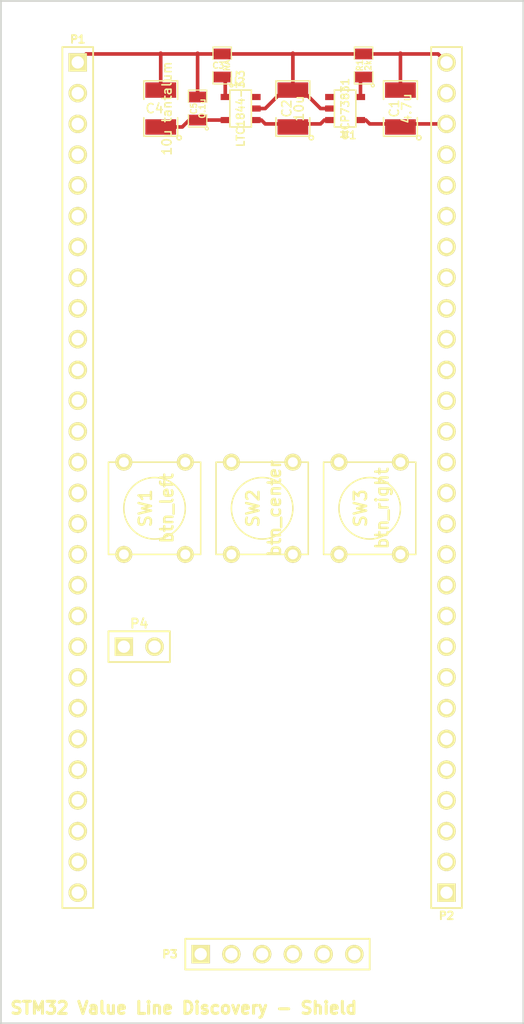
<source format=kicad_pcb>
(kicad_pcb (version 3) (host pcbnew "(25-Oct-2014 BZR 4029)-stable")

  (general
    (links 30)
    (no_connects 16)
    (area 32.945069 34.215069 76.274931 118.819931)
    (thickness 1.6002)
    (drawings 5)
    (tracks 40)
    (zones 0)
    (modules 15)
    (nets 10)
  )

  (page A3)
  (title_block 
    (title "STM32 Value Line Discovery - Shiled board")
    (rev 1.0)
  )

  (layers
    (15 Front signal)
    (0 Back signal)
    (16 B.Adhes user)
    (17 F.Adhes user)
    (18 B.Paste user)
    (19 F.Paste user)
    (20 B.SilkS user)
    (21 F.SilkS user)
    (22 B.Mask user)
    (23 F.Mask user)
    (24 Dwgs.User user)
    (25 Cmts.User user)
    (26 Eco1.User user)
    (27 Eco2.User user)
    (28 Edge.Cuts user)
  )

  (setup
    (last_trace_width 0.3)
    (trace_clearance 0.3)
    (zone_clearance 0.508)
    (zone_45_only no)
    (trace_min 0.254)
    (segment_width 0.20066)
    (edge_width 0.14986)
    (via_size 0.889)
    (via_drill 0.635)
    (via_min_size 0.889)
    (via_min_drill 0.508)
    (uvia_size 0.508)
    (uvia_drill 0.127)
    (uvias_allowed no)
    (uvia_min_size 0.508)
    (uvia_min_drill 0.127)
    (pcb_text_width 0.29972)
    (pcb_text_size 1.00076 1.00076)
    (mod_edge_width 0.14986)
    (mod_text_size 1.00076 1.00076)
    (mod_text_width 0.14986)
    (pad_size 1.00076 1.00076)
    (pad_drill 0.59944)
    (pad_to_mask_clearance 0)
    (aux_axis_origin 0 0)
    (visible_elements 7FFFFFFF)
    (pcbplotparams
      (layerselection 3178497)
      (usegerberextensions true)
      (excludeedgelayer true)
      (linewidth 0.150000)
      (plotframeref false)
      (viasonmask false)
      (mode 1)
      (useauxorigin false)
      (hpglpennumber 1)
      (hpglpenspeed 20)
      (hpglpendiameter 15)
      (hpglpenoverlay 2)
      (psnegative false)
      (psa4output false)
      (plotreference true)
      (plotvalue true)
      (plotothertext true)
      (plotinvisibletext false)
      (padsonsilk false)
      (subtractmaskfromsilk false)
      (outputformat 1)
      (mirror false)
      (drillshape 1)
      (scaleselection 1)
      (outputdirectory ""))
  )

  (net 0 "")
  (net 1 +3.3V)
  (net 2 +5V)
  (net 3 +BATT)
  (net 4 GND)
  (net 5 N-000005)
  (net 6 N-000008)
  (net 7 btn_center)
  (net 8 btn_left)
  (net 9 btn_right)

  (net_class Default "To jest domyślna klasa połączeń."
    (clearance 0.3)
    (trace_width 0.3)
    (via_dia 0.889)
    (via_drill 0.635)
    (uvia_dia 0.508)
    (uvia_drill 0.127)
    (add_net "")
    (add_net +3.3V)
    (add_net +5V)
    (add_net +BATT)
    (add_net GND)
    (add_net N-000005)
    (add_net N-000008)
    (add_net btn_center)
    (add_net btn_left)
    (add_net btn_right)
  )

  (module PIN_ARRAY_6X1   locked (layer Front) (tedit 50827C81) (tstamp 50827C60)
    (at 55.88 113.03)
    (descr "Single rangee contacts 1 x 6 pins")
    (tags CONN)
    (path /50827295)
    (fp_text reference P3 (at -8.89 0) (layer F.SilkS)
      (effects (font (size 0.63246 0.63246) (thickness 0.15748)))
    )
    (fp_text value CONN6 (at -8.89 0) (layer F.SilkS) hide
      (effects (font (size 0.63246 0.63246) (thickness 0.15748)))
    )
    (fp_line (start -7.62 -1.27) (end 7.62 -1.27) (layer F.SilkS) (width 0.14986))
    (fp_line (start 7.62 -1.27) (end 7.62 1.27) (layer F.SilkS) (width 0.14986))
    (fp_line (start 7.62 1.27) (end -7.62 1.27) (layer F.SilkS) (width 0.14986))
    (fp_line (start -7.62 1.27) (end -7.62 -1.27) (layer F.SilkS) (width 0.14986))
    (pad 1 thru_hole rect (at -6.35 0) (size 1.524 1.524) (drill 1.016)
      (layers *.Cu *.Mask F.SilkS)
    )
    (pad 2 thru_hole circle (at -3.81 0) (size 1.524 1.524) (drill 1.016)
      (layers *.Cu *.Mask F.SilkS)
    )
    (pad 4 thru_hole circle (at 1.27 0) (size 1.524 1.524) (drill 1.016)
      (layers *.Cu *.Mask F.SilkS)
    )
    (pad 6 thru_hole circle (at 6.35 0) (size 1.524 1.524) (drill 1.016)
      (layers *.Cu *.Mask F.SilkS)
    )
    (pad 3 thru_hole circle (at -1.27 0) (size 1.524 1.524) (drill 1.016)
      (layers *.Cu *.Mask F.SilkS)
    )
    (pad 5 thru_hole circle (at 3.81 0) (size 1.524 1.524) (drill 1.016)
      (layers *.Cu *.Mask F.SilkS)
    )
  )

  (module PIN_ARRAY_28X1   locked (layer Front) (tedit 50827C6F) (tstamp 50827C84)
    (at 39.37 73.66 270)
    (descr "Single rangee contacts 1 x 28 pins")
    (tags CONN)
    (path /50827277)
    (fp_text reference P1 (at -36.195 0 360) (layer F.SilkS)
      (effects (font (size 0.63246 0.63246) (thickness 0.15748)))
    )
    (fp_text value CONN28 (at -36.195 0 360) (layer F.SilkS) hide
      (effects (font (size 0.63246 0.63246) (thickness 0.15748)))
    )
    (fp_line (start -35.56 -1.27) (end 35.56 -1.27) (layer F.SilkS) (width 0.14986))
    (fp_line (start 35.56 -1.27) (end 35.56 1.27) (layer F.SilkS) (width 0.14986))
    (fp_line (start 35.56 1.27) (end -35.56 1.27) (layer F.SilkS) (width 0.14986))
    (fp_line (start -35.56 1.27) (end -35.56 -1.27) (layer F.SilkS) (width 0.14986))
    (pad 1 thru_hole rect (at -34.29 0 270) (size 1.524 1.524) (drill 1.016)
      (layers *.Cu *.Mask F.SilkS)
      (net 4 GND)
    )
    (pad 2 thru_hole circle (at -31.75 0 270) (size 1.524 1.524) (drill 1.016)
      (layers *.Cu *.Mask F.SilkS)
    )
    (pad 11 thru_hole circle (at -8.89 0 270) (size 1.524 1.524) (drill 1.016)
      (layers *.Cu *.Mask F.SilkS)
    )
    (pad 4 thru_hole circle (at -26.67 0 270) (size 1.524 1.524) (drill 1.016)
      (layers *.Cu *.Mask F.SilkS)
    )
    (pad 13 thru_hole circle (at -3.81 0 270) (size 1.524 1.524) (drill 1.016)
      (layers *.Cu *.Mask F.SilkS)
    )
    (pad 6 thru_hole circle (at -21.59 0 270) (size 1.524 1.524) (drill 1.016)
      (layers *.Cu *.Mask F.SilkS)
    )
    (pad 15 thru_hole circle (at 1.27 0 270) (size 1.524 1.524) (drill 1.016)
      (layers *.Cu *.Mask F.SilkS)
      (net 7 btn_center)
    )
    (pad 8 thru_hole circle (at -16.51 0 270) (size 1.524 1.524) (drill 1.016)
      (layers *.Cu *.Mask F.SilkS)
    )
    (pad 17 thru_hole circle (at 6.35 0 270) (size 1.524 1.524) (drill 1.016)
      (layers *.Cu *.Mask F.SilkS)
    )
    (pad 10 thru_hole circle (at -11.43 0 270) (size 1.524 1.524) (drill 1.016)
      (layers *.Cu *.Mask F.SilkS)
    )
    (pad 19 thru_hole circle (at 11.43 0 270) (size 1.524 1.524) (drill 1.016)
      (layers *.Cu *.Mask F.SilkS)
    )
    (pad 12 thru_hole circle (at -6.35 0 270) (size 1.524 1.524) (drill 1.016)
      (layers *.Cu *.Mask F.SilkS)
    )
    (pad 21 thru_hole circle (at 16.51 0 270) (size 1.524 1.524) (drill 1.016)
      (layers *.Cu *.Mask F.SilkS)
    )
    (pad 14 thru_hole circle (at -1.27 0 270) (size 1.524 1.524) (drill 1.016)
      (layers *.Cu *.Mask F.SilkS)
    )
    (pad 23 thru_hole circle (at 21.59 0 270) (size 1.524 1.524) (drill 1.016)
      (layers *.Cu *.Mask F.SilkS)
    )
    (pad 16 thru_hole circle (at 3.81 0 270) (size 1.524 1.524) (drill 1.016)
      (layers *.Cu *.Mask F.SilkS)
    )
    (pad 25 thru_hole circle (at 26.67 0 270) (size 1.524 1.524) (drill 1.016)
      (layers *.Cu *.Mask F.SilkS)
    )
    (pad 18 thru_hole circle (at 8.89 0 270) (size 1.524 1.524) (drill 1.016)
      (layers *.Cu *.Mask F.SilkS)
    )
    (pad 27 thru_hole circle (at 31.75 0 270) (size 1.524 1.524) (drill 1.016)
      (layers *.Cu *.Mask F.SilkS)
    )
    (pad 20 thru_hole circle (at 13.97 0 270) (size 1.524 1.524) (drill 1.016)
      (layers *.Cu *.Mask F.SilkS)
    )
    (pad 22 thru_hole circle (at 19.05 0 270) (size 1.524 1.524) (drill 1.016)
      (layers *.Cu *.Mask F.SilkS)
    )
    (pad 24 thru_hole circle (at 24.13 0 270) (size 1.524 1.524) (drill 1.016)
      (layers *.Cu *.Mask F.SilkS)
    )
    (pad 26 thru_hole circle (at 29.21 0 270) (size 1.524 1.524) (drill 1.016)
      (layers *.Cu *.Mask F.SilkS)
    )
    (pad 28 thru_hole circle (at 34.29 0 270) (size 1.524 1.524) (drill 1.016)
      (layers *.Cu *.Mask F.SilkS)
      (net 4 GND)
    )
    (pad 3 thru_hole circle (at -29.21 0 270) (size 1.524 1.524) (drill 1.016)
      (layers *.Cu *.Mask F.SilkS)
    )
    (pad 5 thru_hole circle (at -24.13 0 270) (size 1.524 1.524) (drill 1.016)
      (layers *.Cu *.Mask F.SilkS)
    )
    (pad 7 thru_hole circle (at -19.05 0 270) (size 1.524 1.524) (drill 1.016)
      (layers *.Cu *.Mask F.SilkS)
    )
    (pad 9 thru_hole circle (at -13.97 0 270) (size 1.524 1.524) (drill 1.016)
      (layers *.Cu *.Mask F.SilkS)
    )
  )

  (module PIN_ARRAY_28X1   locked (layer Front) (tedit 50827C8E) (tstamp 50827CA8)
    (at 69.85 73.66 90)
    (descr "Single rangee contacts 1 x 28 pins")
    (tags CONN)
    (path /50827286)
    (fp_text reference P2 (at -36.195 0 180) (layer F.SilkS)
      (effects (font (size 0.63246 0.63246) (thickness 0.15748)))
    )
    (fp_text value CONN28 (at -36.195 0 180) (layer F.SilkS) hide
      (effects (font (size 0.63246 0.63246) (thickness 0.15748)))
    )
    (fp_line (start -35.56 -1.27) (end 35.56 -1.27) (layer F.SilkS) (width 0.14986))
    (fp_line (start 35.56 -1.27) (end 35.56 1.27) (layer F.SilkS) (width 0.14986))
    (fp_line (start 35.56 1.27) (end -35.56 1.27) (layer F.SilkS) (width 0.14986))
    (fp_line (start -35.56 1.27) (end -35.56 -1.27) (layer F.SilkS) (width 0.14986))
    (pad 1 thru_hole rect (at -34.29 0 90) (size 1.524 1.524) (drill 1.016)
      (layers *.Cu *.Mask F.SilkS)
      (net 4 GND)
    )
    (pad 2 thru_hole circle (at -31.75 0 90) (size 1.524 1.524) (drill 1.016)
      (layers *.Cu *.Mask F.SilkS)
    )
    (pad 11 thru_hole circle (at -8.89 0 90) (size 1.524 1.524) (drill 1.016)
      (layers *.Cu *.Mask F.SilkS)
    )
    (pad 4 thru_hole circle (at -26.67 0 90) (size 1.524 1.524) (drill 1.016)
      (layers *.Cu *.Mask F.SilkS)
    )
    (pad 13 thru_hole circle (at -3.81 0 90) (size 1.524 1.524) (drill 1.016)
      (layers *.Cu *.Mask F.SilkS)
    )
    (pad 6 thru_hole circle (at -21.59 0 90) (size 1.524 1.524) (drill 1.016)
      (layers *.Cu *.Mask F.SilkS)
    )
    (pad 15 thru_hole circle (at 1.27 0 90) (size 1.524 1.524) (drill 1.016)
      (layers *.Cu *.Mask F.SilkS)
    )
    (pad 8 thru_hole circle (at -16.51 0 90) (size 1.524 1.524) (drill 1.016)
      (layers *.Cu *.Mask F.SilkS)
    )
    (pad 17 thru_hole circle (at 6.35 0 90) (size 1.524 1.524) (drill 1.016)
      (layers *.Cu *.Mask F.SilkS)
    )
    (pad 10 thru_hole circle (at -11.43 0 90) (size 1.524 1.524) (drill 1.016)
      (layers *.Cu *.Mask F.SilkS)
      (net 9 btn_right)
    )
    (pad 19 thru_hole circle (at 11.43 0 90) (size 1.524 1.524) (drill 1.016)
      (layers *.Cu *.Mask F.SilkS)
    )
    (pad 12 thru_hole circle (at -6.35 0 90) (size 1.524 1.524) (drill 1.016)
      (layers *.Cu *.Mask F.SilkS)
    )
    (pad 21 thru_hole circle (at 16.51 0 90) (size 1.524 1.524) (drill 1.016)
      (layers *.Cu *.Mask F.SilkS)
    )
    (pad 14 thru_hole circle (at -1.27 0 90) (size 1.524 1.524) (drill 1.016)
      (layers *.Cu *.Mask F.SilkS)
    )
    (pad 23 thru_hole circle (at 21.59 0 90) (size 1.524 1.524) (drill 1.016)
      (layers *.Cu *.Mask F.SilkS)
    )
    (pad 16 thru_hole circle (at 3.81 0 90) (size 1.524 1.524) (drill 1.016)
      (layers *.Cu *.Mask F.SilkS)
    )
    (pad 25 thru_hole circle (at 26.67 0 90) (size 1.524 1.524) (drill 1.016)
      (layers *.Cu *.Mask F.SilkS)
    )
    (pad 18 thru_hole circle (at 8.89 0 90) (size 1.524 1.524) (drill 1.016)
      (layers *.Cu *.Mask F.SilkS)
    )
    (pad 27 thru_hole circle (at 31.75 0 90) (size 1.524 1.524) (drill 1.016)
      (layers *.Cu *.Mask F.SilkS)
    )
    (pad 20 thru_hole circle (at 13.97 0 90) (size 1.524 1.524) (drill 1.016)
      (layers *.Cu *.Mask F.SilkS)
    )
    (pad 22 thru_hole circle (at 19.05 0 90) (size 1.524 1.524) (drill 1.016)
      (layers *.Cu *.Mask F.SilkS)
    )
    (pad 24 thru_hole circle (at 24.13 0 90) (size 1.524 1.524) (drill 1.016)
      (layers *.Cu *.Mask F.SilkS)
    )
    (pad 26 thru_hole circle (at 29.21 0 90) (size 1.524 1.524) (drill 1.016)
      (layers *.Cu *.Mask F.SilkS)
      (net 2 +5V)
    )
    (pad 28 thru_hole circle (at 34.29 0 90) (size 1.524 1.524) (drill 1.016)
      (layers *.Cu *.Mask F.SilkS)
      (net 4 GND)
    )
    (pad 3 thru_hole circle (at -29.21 0 90) (size 1.524 1.524) (drill 1.016)
      (layers *.Cu *.Mask F.SilkS)
    )
    (pad 5 thru_hole circle (at -24.13 0 90) (size 1.524 1.524) (drill 1.016)
      (layers *.Cu *.Mask F.SilkS)
    )
    (pad 7 thru_hole circle (at -19.05 0 90) (size 1.524 1.524) (drill 1.016)
      (layers *.Cu *.Mask F.SilkS)
    )
    (pad 9 thru_hole circle (at -13.97 0 90) (size 1.524 1.524) (drill 1.016)
      (layers *.Cu *.Mask F.SilkS)
      (net 8 btn_left)
    )
  )

  (module SOT23-5 (layer Front) (tedit 4ECF78EF) (tstamp 565381F4)
    (at 52.832 43.18 90)
    (path /5653883A)
    (attr smd)
    (fp_text reference U2 (at 2.19964 -0.29972 180) (layer F.SilkS)
      (effects (font (size 0.635 0.635) (thickness 0.127)))
    )
    (fp_text value LTC1844-3.3 (at 0 0 90) (layer F.SilkS)
      (effects (font (size 0.635 0.635) (thickness 0.127)))
    )
    (fp_line (start 1.524 -0.889) (end 1.524 0.889) (layer F.SilkS) (width 0.127))
    (fp_line (start 1.524 0.889) (end -1.524 0.889) (layer F.SilkS) (width 0.127))
    (fp_line (start -1.524 0.889) (end -1.524 -0.889) (layer F.SilkS) (width 0.127))
    (fp_line (start -1.524 -0.889) (end 1.524 -0.889) (layer F.SilkS) (width 0.127))
    (pad 1 smd rect (at -0.9525 1.27 90) (size 0.508 0.762)
      (layers Front F.Paste F.Mask)
      (net 3 +BATT)
    )
    (pad 3 smd rect (at 0.9525 1.27 90) (size 0.508 0.762)
      (layers Front F.Paste F.Mask)
    )
    (pad 5 smd rect (at -0.9525 -1.27 90) (size 0.508 0.762)
      (layers Front F.Paste F.Mask)
      (net 1 +3.3V)
    )
    (pad 2 smd rect (at 0 1.27 90) (size 0.508 0.762)
      (layers Front F.Paste F.Mask)
      (net 4 GND)
    )
    (pad 4 smd rect (at 0.9525 -1.27 90) (size 0.508 0.762)
      (layers Front F.Paste F.Mask)
      (net 5 N-000005)
    )
    (model smd/SOT23_5.wrl
      (at (xyz 0 0 0))
      (scale (xyz 0.1 0.1 0.1))
      (rotate (xyz 0 0 0))
    )
  )

  (module SOT23-5 (layer Front) (tedit 5653A0A7) (tstamp 56538201)
    (at 61.468 43.18 270)
    (path /565371AA)
    (attr smd)
    (fp_text reference U1 (at 2.19964 -0.29972 360) (layer F.SilkS)
      (effects (font (size 0.635 0.635) (thickness 0.127)))
    )
    (fp_text value MCP73831 (at 0 0 270) (layer F.SilkS)
      (effects (font (size 0.635 0.635) (thickness 0.127)))
    )
    (fp_line (start 1.524 -0.889) (end 1.524 0.889) (layer F.SilkS) (width 0.127))
    (fp_line (start 1.524 0.889) (end -1.524 0.889) (layer F.SilkS) (width 0.127))
    (fp_line (start -1.524 0.889) (end -1.524 -0.889) (layer F.SilkS) (width 0.127))
    (fp_line (start -1.524 -0.889) (end 1.524 -0.889) (layer F.SilkS) (width 0.127))
    (pad 1 smd rect (at -0.9525 1.27 270) (size 0.508 0.762)
      (layers Front F.Paste F.Mask)
    )
    (pad 3 smd rect (at 0.9525 1.27 270) (size 0.508 0.762)
      (layers Front F.Paste F.Mask)
      (net 3 +BATT)
    )
    (pad 5 smd rect (at -0.9525 -1.27 270) (size 0.508 0.762)
      (layers Front F.Paste F.Mask)
      (net 6 N-000008)
    )
    (pad 2 smd rect (at 0 1.27 270) (size 0.508 0.762)
      (layers Front F.Paste F.Mask)
      (net 4 GND)
    )
    (pad 4 smd rect (at 0.9525 -1.27 270) (size 0.508 0.762)
      (layers Front F.Paste F.Mask)
      (net 2 +5V)
    )
    (model smd/SOT23_5.wrl
      (at (xyz 0 0 0))
      (scale (xyz 0.1 0.1 0.1))
      (rotate (xyz 0 0 0))
    )
  )

  (module SM0805 (layer Front) (tedit 5091495C) (tstamp 5653820E)
    (at 62.992 39.624 90)
    (path /56537325)
    (attr smd)
    (fp_text reference R1 (at 0 -0.3175 90) (layer F.SilkS)
      (effects (font (size 0.50038 0.50038) (thickness 0.10922)))
    )
    (fp_text value 2k (at 0 0.381 90) (layer F.SilkS)
      (effects (font (size 0.50038 0.50038) (thickness 0.10922)))
    )
    (fp_circle (center -1.651 0.762) (end -1.651 0.635) (layer F.SilkS) (width 0.09906))
    (fp_line (start -0.508 0.762) (end -1.524 0.762) (layer F.SilkS) (width 0.09906))
    (fp_line (start -1.524 0.762) (end -1.524 -0.762) (layer F.SilkS) (width 0.09906))
    (fp_line (start -1.524 -0.762) (end -0.508 -0.762) (layer F.SilkS) (width 0.09906))
    (fp_line (start 0.508 -0.762) (end 1.524 -0.762) (layer F.SilkS) (width 0.09906))
    (fp_line (start 1.524 -0.762) (end 1.524 0.762) (layer F.SilkS) (width 0.09906))
    (fp_line (start 1.524 0.762) (end 0.508 0.762) (layer F.SilkS) (width 0.09906))
    (pad 1 smd rect (at -0.9525 0 90) (size 0.889 1.397)
      (layers Front F.Paste F.Mask)
      (net 6 N-000008)
    )
    (pad 2 smd rect (at 0.9525 0 90) (size 0.889 1.397)
      (layers Front F.Paste F.Mask)
      (net 4 GND)
    )
    (model smd/chip_cms.wrl
      (at (xyz 0 0 0))
      (scale (xyz 0.1 0.1 0.1))
      (rotate (xyz 0 0 0))
    )
  )

  (module PIN_ARRAY_2X1   locked (layer Front) (tedit 4565C520) (tstamp 56538218)
    (at 44.45 87.63)
    (descr "Connecteurs 2 pins")
    (tags "CONN DEV")
    (path /56536003)
    (fp_text reference P4 (at 0 -1.905) (layer F.SilkS)
      (effects (font (size 0.762 0.762) (thickness 0.1524)))
    )
    (fp_text value CONN_2 (at 0 -1.905) (layer F.SilkS) hide
      (effects (font (size 0.762 0.762) (thickness 0.1524)))
    )
    (fp_line (start -2.54 1.27) (end -2.54 -1.27) (layer F.SilkS) (width 0.1524))
    (fp_line (start -2.54 -1.27) (end 2.54 -1.27) (layer F.SilkS) (width 0.1524))
    (fp_line (start 2.54 -1.27) (end 2.54 1.27) (layer F.SilkS) (width 0.1524))
    (fp_line (start 2.54 1.27) (end -2.54 1.27) (layer F.SilkS) (width 0.1524))
    (pad 1 thru_hole rect (at -1.27 0) (size 1.524 1.524) (drill 1.016)
      (layers *.Cu *.Mask F.SilkS)
      (net 1 +3.3V)
    )
    (pad 2 thru_hole circle (at 1.27 0) (size 1.524 1.524) (drill 1.016)
      (layers *.Cu *.Mask F.SilkS)
    )
    (model pin_array/pins_array_2x1.wrl
      (at (xyz 0 0 0))
      (scale (xyz 1 1 1))
      (rotate (xyz 0 0 0))
    )
  )

  (module SW_PUSH_SMALL (layer Front) (tedit 46544DB3) (tstamp 56539B6B)
    (at 45.72 76.2 90)
    (path /56539832)
    (fp_text reference SW1 (at 0 -0.762 90) (layer F.SilkS)
      (effects (font (size 1.016 1.016) (thickness 0.2032)))
    )
    (fp_text value btn_left (at 0 1.016 90) (layer F.SilkS)
      (effects (font (size 1.016 1.016) (thickness 0.2032)))
    )
    (fp_circle (center 0 0) (end 0 -2.54) (layer F.SilkS) (width 0.127))
    (fp_line (start -3.81 -3.81) (end 3.81 -3.81) (layer F.SilkS) (width 0.127))
    (fp_line (start 3.81 -3.81) (end 3.81 3.81) (layer F.SilkS) (width 0.127))
    (fp_line (start 3.81 3.81) (end -3.81 3.81) (layer F.SilkS) (width 0.127))
    (fp_line (start -3.81 -3.81) (end -3.81 3.81) (layer F.SilkS) (width 0.127))
    (pad 1 thru_hole circle (at 3.81 -2.54 90) (size 1.397 1.397) (drill 0.8128)
      (layers *.Cu *.Mask F.SilkS)
      (net 1 +3.3V)
    )
    (pad 2 thru_hole circle (at 3.81 2.54 90) (size 1.397 1.397) (drill 0.8128)
      (layers *.Cu *.Mask F.SilkS)
      (net 8 btn_left)
    )
    (pad 1 thru_hole circle (at -3.81 -2.54 90) (size 1.397 1.397) (drill 0.8128)
      (layers *.Cu *.Mask F.SilkS)
      (net 1 +3.3V)
    )
    (pad 2 thru_hole circle (at -3.81 2.54 90) (size 1.397 1.397) (drill 0.8128)
      (layers *.Cu *.Mask F.SilkS)
      (net 8 btn_left)
    )
  )

  (module SW_PUSH_SMALL (layer Front) (tedit 46544DB3) (tstamp 56539B78)
    (at 54.61 76.2 90)
    (path /56539841)
    (fp_text reference SW2 (at 0 -0.762 90) (layer F.SilkS)
      (effects (font (size 1.016 1.016) (thickness 0.2032)))
    )
    (fp_text value btn_center (at 0 1.016 90) (layer F.SilkS)
      (effects (font (size 1.016 1.016) (thickness 0.2032)))
    )
    (fp_circle (center 0 0) (end 0 -2.54) (layer F.SilkS) (width 0.127))
    (fp_line (start -3.81 -3.81) (end 3.81 -3.81) (layer F.SilkS) (width 0.127))
    (fp_line (start 3.81 -3.81) (end 3.81 3.81) (layer F.SilkS) (width 0.127))
    (fp_line (start 3.81 3.81) (end -3.81 3.81) (layer F.SilkS) (width 0.127))
    (fp_line (start -3.81 -3.81) (end -3.81 3.81) (layer F.SilkS) (width 0.127))
    (pad 1 thru_hole circle (at 3.81 -2.54 90) (size 1.397 1.397) (drill 0.8128)
      (layers *.Cu *.Mask F.SilkS)
    )
    (pad 2 thru_hole circle (at 3.81 2.54 90) (size 1.397 1.397) (drill 0.8128)
      (layers *.Cu *.Mask F.SilkS)
      (net 7 btn_center)
    )
    (pad 1 thru_hole circle (at -3.81 -2.54 90) (size 1.397 1.397) (drill 0.8128)
      (layers *.Cu *.Mask F.SilkS)
    )
    (pad 2 thru_hole circle (at -3.81 2.54 90) (size 1.397 1.397) (drill 0.8128)
      (layers *.Cu *.Mask F.SilkS)
      (net 7 btn_center)
    )
  )

  (module SW_PUSH_SMALL (layer Front) (tedit 46544DB3) (tstamp 56539B85)
    (at 63.5 76.2 90)
    (path /56539850)
    (fp_text reference SW3 (at 0 -0.762 90) (layer F.SilkS)
      (effects (font (size 1.016 1.016) (thickness 0.2032)))
    )
    (fp_text value btn_right (at 0 1.016 90) (layer F.SilkS)
      (effects (font (size 1.016 1.016) (thickness 0.2032)))
    )
    (fp_circle (center 0 0) (end 0 -2.54) (layer F.SilkS) (width 0.127))
    (fp_line (start -3.81 -3.81) (end 3.81 -3.81) (layer F.SilkS) (width 0.127))
    (fp_line (start 3.81 -3.81) (end 3.81 3.81) (layer F.SilkS) (width 0.127))
    (fp_line (start 3.81 3.81) (end -3.81 3.81) (layer F.SilkS) (width 0.127))
    (fp_line (start -3.81 -3.81) (end -3.81 3.81) (layer F.SilkS) (width 0.127))
    (pad 1 thru_hole circle (at 3.81 -2.54 90) (size 1.397 1.397) (drill 0.8128)
      (layers *.Cu *.Mask F.SilkS)
      (net 1 +3.3V)
    )
    (pad 2 thru_hole circle (at 3.81 2.54 90) (size 1.397 1.397) (drill 0.8128)
      (layers *.Cu *.Mask F.SilkS)
      (net 9 btn_right)
    )
    (pad 1 thru_hole circle (at -3.81 -2.54 90) (size 1.397 1.397) (drill 0.8128)
      (layers *.Cu *.Mask F.SilkS)
      (net 1 +3.3V)
    )
    (pad 2 thru_hole circle (at -3.81 2.54 90) (size 1.397 1.397) (drill 0.8128)
      (layers *.Cu *.Mask F.SilkS)
      (net 9 btn_right)
    )
  )

  (module SM1210 (layer Front) (tedit 42806E94) (tstamp 56539B92)
    (at 57.15 43.18 90)
    (tags "CMS SM")
    (path /56537878)
    (attr smd)
    (fp_text reference C2 (at 0 -0.508 90) (layer F.SilkS)
      (effects (font (size 0.762 0.762) (thickness 0.127)))
    )
    (fp_text value 10u (at 0 0.508 90) (layer F.SilkS)
      (effects (font (size 0.762 0.762) (thickness 0.127)))
    )
    (fp_circle (center -2.413 1.524) (end -2.286 1.397) (layer F.SilkS) (width 0.127))
    (fp_line (start -0.762 -1.397) (end -2.286 -1.397) (layer F.SilkS) (width 0.127))
    (fp_line (start -2.286 -1.397) (end -2.286 1.397) (layer F.SilkS) (width 0.127))
    (fp_line (start -2.286 1.397) (end -0.762 1.397) (layer F.SilkS) (width 0.127))
    (fp_line (start 0.762 1.397) (end 2.286 1.397) (layer F.SilkS) (width 0.127))
    (fp_line (start 2.286 1.397) (end 2.286 -1.397) (layer F.SilkS) (width 0.127))
    (fp_line (start 2.286 -1.397) (end 0.762 -1.397) (layer F.SilkS) (width 0.127))
    (pad 1 smd rect (at -1.524 0 90) (size 1.27 2.54)
      (layers Front F.Paste F.Mask)
      (net 3 +BATT)
    )
    (pad 2 smd rect (at 1.524 0 90) (size 1.27 2.54)
      (layers Front F.Paste F.Mask)
      (net 4 GND)
    )
    (model smd/chip_cms.wrl
      (at (xyz 0 0 0))
      (scale (xyz 0.17 0.2 0.17))
      (rotate (xyz 0 0 0))
    )
  )

  (module SM1210 (layer Front) (tedit 42806E94) (tstamp 56539B9F)
    (at 66.04 43.18 90)
    (tags "CMS SM")
    (path /565379B2)
    (attr smd)
    (fp_text reference C1 (at 0 -0.508 90) (layer F.SilkS)
      (effects (font (size 0.762 0.762) (thickness 0.127)))
    )
    (fp_text value 4.7u (at 0 0.508 90) (layer F.SilkS)
      (effects (font (size 0.762 0.762) (thickness 0.127)))
    )
    (fp_circle (center -2.413 1.524) (end -2.286 1.397) (layer F.SilkS) (width 0.127))
    (fp_line (start -0.762 -1.397) (end -2.286 -1.397) (layer F.SilkS) (width 0.127))
    (fp_line (start -2.286 -1.397) (end -2.286 1.397) (layer F.SilkS) (width 0.127))
    (fp_line (start -2.286 1.397) (end -0.762 1.397) (layer F.SilkS) (width 0.127))
    (fp_line (start 0.762 1.397) (end 2.286 1.397) (layer F.SilkS) (width 0.127))
    (fp_line (start 2.286 1.397) (end 2.286 -1.397) (layer F.SilkS) (width 0.127))
    (fp_line (start 2.286 -1.397) (end 0.762 -1.397) (layer F.SilkS) (width 0.127))
    (pad 1 smd rect (at -1.524 0 90) (size 1.27 2.54)
      (layers Front F.Paste F.Mask)
      (net 2 +5V)
    )
    (pad 2 smd rect (at 1.524 0 90) (size 1.27 2.54)
      (layers Front F.Paste F.Mask)
      (net 4 GND)
    )
    (model smd/chip_cms.wrl
      (at (xyz 0 0 0))
      (scale (xyz 0.17 0.2 0.17))
      (rotate (xyz 0 0 0))
    )
  )

  (module SM1210 (layer Front) (tedit 5653A41F) (tstamp 56539BAC)
    (at 46.228 43.18 90)
    (tags "CMS SM")
    (path /56538E79)
    (attr smd)
    (fp_text reference C4 (at 0 -0.508 180) (layer F.SilkS)
      (effects (font (size 0.762 0.762) (thickness 0.127)))
    )
    (fp_text value "10u tantalum" (at 0 0.508 90) (layer F.SilkS)
      (effects (font (size 0.762 0.762) (thickness 0.127)))
    )
    (fp_circle (center -2.413 1.524) (end -2.286 1.397) (layer F.SilkS) (width 0.127))
    (fp_line (start -0.762 -1.397) (end -2.286 -1.397) (layer F.SilkS) (width 0.127))
    (fp_line (start -2.286 -1.397) (end -2.286 1.397) (layer F.SilkS) (width 0.127))
    (fp_line (start -2.286 1.397) (end -0.762 1.397) (layer F.SilkS) (width 0.127))
    (fp_line (start 0.762 1.397) (end 2.286 1.397) (layer F.SilkS) (width 0.127))
    (fp_line (start 2.286 1.397) (end 2.286 -1.397) (layer F.SilkS) (width 0.127))
    (fp_line (start 2.286 -1.397) (end 0.762 -1.397) (layer F.SilkS) (width 0.127))
    (pad 1 smd rect (at -1.524 0 90) (size 1.27 2.54)
      (layers Front F.Paste F.Mask)
      (net 1 +3.3V)
    )
    (pad 2 smd rect (at 1.524 0 90) (size 1.27 2.54)
      (layers Front F.Paste F.Mask)
      (net 4 GND)
    )
    (model smd/chip_cms.wrl
      (at (xyz 0 0 0))
      (scale (xyz 0.17 0.2 0.17))
      (rotate (xyz 0 0 0))
    )
  )

  (module SM0805 (layer Front) (tedit 5653A3E4) (tstamp 56539BB9)
    (at 51.308 39.624 90)
    (path /56538E88)
    (attr smd)
    (fp_text reference C3 (at 0 -0.3175 180) (layer F.SilkS)
      (effects (font (size 0.50038 0.50038) (thickness 0.10922)))
    )
    (fp_text value NA (at 0 0.381 90) (layer F.SilkS)
      (effects (font (size 0.50038 0.50038) (thickness 0.10922)))
    )
    (fp_circle (center -1.651 0.762) (end -1.651 0.635) (layer F.SilkS) (width 0.09906))
    (fp_line (start -0.508 0.762) (end -1.524 0.762) (layer F.SilkS) (width 0.09906))
    (fp_line (start -1.524 0.762) (end -1.524 -0.762) (layer F.SilkS) (width 0.09906))
    (fp_line (start -1.524 -0.762) (end -0.508 -0.762) (layer F.SilkS) (width 0.09906))
    (fp_line (start 0.508 -0.762) (end 1.524 -0.762) (layer F.SilkS) (width 0.09906))
    (fp_line (start 1.524 -0.762) (end 1.524 0.762) (layer F.SilkS) (width 0.09906))
    (fp_line (start 1.524 0.762) (end 0.508 0.762) (layer F.SilkS) (width 0.09906))
    (pad 1 smd rect (at -0.9525 0 90) (size 0.889 1.397)
      (layers Front F.Paste F.Mask)
      (net 5 N-000005)
    )
    (pad 2 smd rect (at 0.9525 0 90) (size 0.889 1.397)
      (layers Front F.Paste F.Mask)
      (net 4 GND)
    )
    (model smd/chip_cms.wrl
      (at (xyz 0 0 0))
      (scale (xyz 0.1 0.1 0.1))
      (rotate (xyz 0 0 0))
    )
  )

  (module SM0805 (layer Front) (tedit 5091495C) (tstamp 56539BC6)
    (at 49.276 43.18 90)
    (path /56539232)
    (attr smd)
    (fp_text reference C5 (at 0 -0.3175 90) (layer F.SilkS)
      (effects (font (size 0.50038 0.50038) (thickness 0.10922)))
    )
    (fp_text value 0.1u (at 0 0.381 90) (layer F.SilkS)
      (effects (font (size 0.50038 0.50038) (thickness 0.10922)))
    )
    (fp_circle (center -1.651 0.762) (end -1.651 0.635) (layer F.SilkS) (width 0.09906))
    (fp_line (start -0.508 0.762) (end -1.524 0.762) (layer F.SilkS) (width 0.09906))
    (fp_line (start -1.524 0.762) (end -1.524 -0.762) (layer F.SilkS) (width 0.09906))
    (fp_line (start -1.524 -0.762) (end -0.508 -0.762) (layer F.SilkS) (width 0.09906))
    (fp_line (start 0.508 -0.762) (end 1.524 -0.762) (layer F.SilkS) (width 0.09906))
    (fp_line (start 1.524 -0.762) (end 1.524 0.762) (layer F.SilkS) (width 0.09906))
    (fp_line (start 1.524 0.762) (end 0.508 0.762) (layer F.SilkS) (width 0.09906))
    (pad 1 smd rect (at -0.9525 0 90) (size 0.889 1.397)
      (layers Front F.Paste F.Mask)
      (net 1 +3.3V)
    )
    (pad 2 smd rect (at 0.9525 0 90) (size 0.889 1.397)
      (layers Front F.Paste F.Mask)
      (net 4 GND)
    )
    (model smd/chip_cms.wrl
      (at (xyz 0 0 0))
      (scale (xyz 0.1 0.1 0.1))
      (rotate (xyz 0 0 0))
    )
  )

  (gr_text "STM32 Value Line Discovery - Shield" (at 48.133 117.475) (layer F.SilkS)
    (effects (font (size 1.00076 1.00076) (thickness 0.25146)))
  )
  (gr_line (start 33.02 34.29) (end 33.02 118.745) (angle 90) (layer Edge.Cuts) (width 0.14986))
  (gr_line (start 76.2 118.745) (end 76.2 34.29) (angle 90) (layer Edge.Cuts) (width 0.14986))
  (gr_line (start 76.2 118.745) (end 33.02 118.745) (angle 90) (layer Edge.Cuts) (width 0.14986))
  (gr_line (start 33.02 34.29) (end 76.2 34.29) (angle 90) (layer Edge.Cuts) (width 0.14986))

  (segment (start 46.228 44.704) (end 48.006 44.704) (width 0.3) (layer Front) (net 1) (status 400000))
  (segment (start 48.5775 44.1325) (end 48.006 44.704) (width 0.3) (layer Front) (net 1) (tstamp 5653A9E0) (status 400000))
  (segment (start 48.5775 44.1325) (end 49.276 44.1325) (width 0.3) (layer Front) (net 1) (status C00000))
  (segment (start 51.562 44.1325) (end 49.276 44.1325) (width 0.3) (layer Front) (net 1) (status C00000))
  (segment (start 69.85 44.45) (end 63.5 44.45) (width 0.3) (layer Front) (net 2))
  (segment (start 63.1825 44.1325) (end 62.738 44.1325) (width 0.3) (layer Front) (net 2) (tstamp 5653A6EA))
  (segment (start 63.5 44.45) (end 63.1825 44.1325) (width 0.3) (layer Front) (net 2) (tstamp 5653A6E5))
  (segment (start 54.102 44.1325) (end 54.5465 44.1325) (width 0.3) (layer Front) (net 3))
  (segment (start 59.7535 44.1325) (end 59.436 44.45) (width 0.3) (layer Front) (net 3) (tstamp 5653A790))
  (segment (start 59.436 44.45) (end 55.372 44.45) (width 0.3) (layer Front) (net 3) (tstamp 5653A795))
  (segment (start 59.7535 44.1325) (end 60.198 44.1325) (width 0.3) (layer Front) (net 3))
  (segment (start 54.864 44.45) (end 55.372 44.45) (width 0.3) (layer Front) (net 3) (tstamp 5653A7B8))
  (segment (start 54.5465 44.1325) (end 54.864 44.45) (width 0.3) (layer Front) (net 3) (tstamp 5653A7B4))
  (segment (start 46.228 38.6715) (end 40.0685 38.6715) (width 0.3) (layer Front) (net 4) (status 800000))
  (segment (start 40.0685 38.6715) (end 39.37 39.37) (width 0.3) (layer Front) (net 4) (tstamp 5653AA3F) (status C00000))
  (segment (start 51.308 38.6715) (end 46.228 38.6715) (width 0.3) (layer Front) (net 4) (status 400000))
  (segment (start 46.228 38.608) (end 46.228 41.656) (width 0.3) (layer Front) (net 4) (status 800000))
  (segment (start 46.228 38.6715) (end 46.228 38.608) (width 0.3) (layer Front) (net 4) (tstamp 5653AA1A))
  (segment (start 49.276 42.2275) (end 49.276 38.608) (width 0.3) (layer Front) (net 4) (status 400000))
  (segment (start 54.102 43.18) (end 54.864 43.18) (width 0.3) (layer Front) (net 4) (status 400000))
  (segment (start 56.388 41.656) (end 57.15 41.656) (width 0.3) (layer Front) (net 4) (tstamp 5653A9FC) (status C00000))
  (segment (start 54.864 43.18) (end 56.388 41.656) (width 0.3) (layer Front) (net 4) (tstamp 5653A9FA) (status 800000))
  (segment (start 60.198 43.18) (end 59.436 43.18) (width 0.3) (layer Front) (net 4) (status 400000))
  (segment (start 57.912 41.656) (end 57.15 41.656) (width 0.3) (layer Front) (net 4) (tstamp 5653A9AF) (status C00000))
  (segment (start 59.436 43.18) (end 57.912 41.656) (width 0.3) (layer Front) (net 4) (tstamp 5653A99F) (status 800000))
  (segment (start 57.15 41.656) (end 57.15 38.6715) (width 0.3) (layer Front) (net 4) (status 400000))
  (segment (start 57.15 38.6715) (end 57.15 38.608) (width 0.3) (layer Front) (net 4) (tstamp 5653A98E))
  (segment (start 57.15 38.608) (end 57.15 38.6715) (width 0.3) (layer Front) (net 4) (tstamp 5653A993))
  (segment (start 62.992 38.6715) (end 57.15 38.6715) (width 0.3) (layer Front) (net 4) (status 400000))
  (segment (start 57.15 38.6715) (end 51.308 38.6715) (width 0.3) (layer Front) (net 4) (tstamp 5653A994) (status 800000))
  (segment (start 66.04 41.656) (end 66.04 38.6715) (width 0.3) (layer Front) (net 4))
  (segment (start 66.04 38.6715) (end 66.04 38.608) (width 0.3) (layer Front) (net 4) (tstamp 5653A90F))
  (segment (start 66.04 38.608) (end 66.04 38.6715) (width 0.3) (layer Front) (net 4) (tstamp 5653A911))
  (segment (start 62.992 38.6715) (end 66.04 38.6715) (width 0.3) (layer Front) (net 4))
  (segment (start 66.04 38.6715) (end 69.1515 38.6715) (width 0.3) (layer Front) (net 4) (tstamp 5653A912))
  (segment (start 69.1515 38.6715) (end 69.85 39.37) (width 0.3) (layer Front) (net 4) (tstamp 5653A90A))
  (segment (start 51.562 42.2275) (end 51.562 40.8305) (width 0.3) (layer Front) (net 5) (status C00000))
  (segment (start 51.562 40.8305) (end 51.308 40.5765) (width 0.3) (layer Front) (net 5) (tstamp 5653A9CF) (status C00000))
  (segment (start 62.738 42.2275) (end 62.738 40.8305) (width 0.3) (layer Front) (net 6))
  (segment (start 62.738 40.8305) (end 62.992 40.5765) (width 0.3) (layer Front) (net 6) (tstamp 5653A8FD))

  (zone (net 4) (net_name GND) (layer Back) (tstamp 50827DC8) (hatch edge 0.508)
    (connect_pads (clearance 0.508))
    (min_thickness 0.254)
    (fill (arc_segments 16) (thermal_gap 0.508) (thermal_bridge_width 0.889))
    (polygon
      (pts
        (xy 76.073 118.618) (xy 33.147 118.618) (xy 33.147 34.417) (xy 76.073 34.417)
      )
    )
  )
)

</source>
